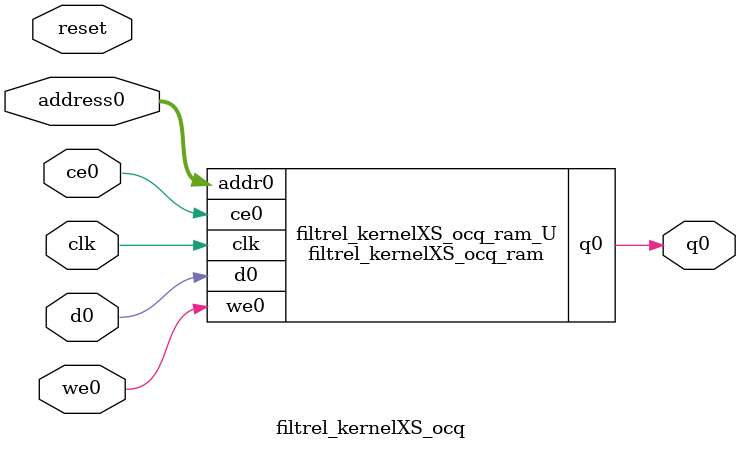
<source format=v>
`timescale 1 ns / 1 ps
module filtrel_kernelXS_ocq_ram (addr0, ce0, d0, we0, q0,  clk);

parameter DWIDTH = 1;
parameter AWIDTH = 4;
parameter MEM_SIZE = 9;

input[AWIDTH-1:0] addr0;
input ce0;
input[DWIDTH-1:0] d0;
input we0;
output reg[DWIDTH-1:0] q0;
input clk;

(* ram_style = "distributed" *)reg [DWIDTH-1:0] ram[0:MEM_SIZE-1];




always @(posedge clk)  
begin 
    if (ce0) 
    begin
        if (we0) 
        begin 
            ram[addr0] <= d0; 
        end 
        q0 <= ram[addr0];
    end
end


endmodule

`timescale 1 ns / 1 ps
module filtrel_kernelXS_ocq(
    reset,
    clk,
    address0,
    ce0,
    we0,
    d0,
    q0);

parameter DataWidth = 32'd1;
parameter AddressRange = 32'd9;
parameter AddressWidth = 32'd4;
input reset;
input clk;
input[AddressWidth - 1:0] address0;
input ce0;
input we0;
input[DataWidth - 1:0] d0;
output[DataWidth - 1:0] q0;



filtrel_kernelXS_ocq_ram filtrel_kernelXS_ocq_ram_U(
    .clk( clk ),
    .addr0( address0 ),
    .ce0( ce0 ),
    .we0( we0 ),
    .d0( d0 ),
    .q0( q0 ));

endmodule


</source>
